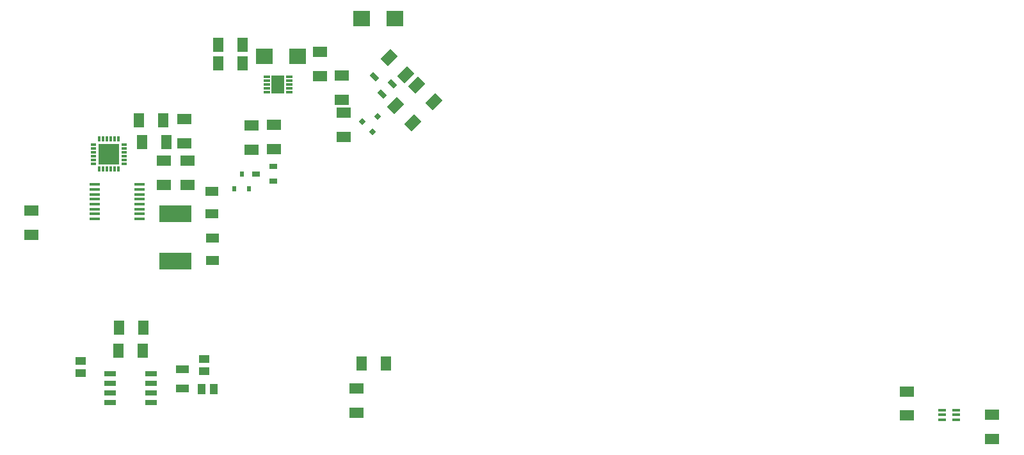
<source format=gbp>
G04*
G04 #@! TF.GenerationSoftware,Altium Limited,Altium Designer,23.5.1 (21)*
G04*
G04 Layer_Color=128*
%FSLAX44Y44*%
%MOMM*%
G71*
G04*
G04 #@! TF.SameCoordinates,FC4C4C8E-A767-40D1-8FD6-770ACC15EC19*
G04*
G04*
G04 #@! TF.FilePolarity,Positive*
G04*
G01*
G75*
%ADD15R,1.9000X1.3500*%
%ADD18R,1.3500X1.9000*%
%ADD22R,1.8000X1.1500*%
%ADD23R,0.8500X0.3000*%
%ADD28R,0.6000X0.7000*%
%ADD100R,2.2000X2.1500*%
%ADD101R,1.7000X2.4500*%
%ADD102R,1.1000X0.6500*%
%ADD103R,1.0500X0.4000*%
G04:AMPARAMS|DCode=104|XSize=0.7mm|YSize=0.6mm|CornerRadius=0mm|HoleSize=0mm|Usage=FLASHONLY|Rotation=45.000|XOffset=0mm|YOffset=0mm|HoleType=Round|Shape=Rectangle|*
%AMROTATEDRECTD104*
4,1,4,-0.0354,-0.4596,-0.4596,-0.0354,0.0354,0.4596,0.4596,0.0354,-0.0354,-0.4596,0.0*
%
%ADD104ROTATEDRECTD104*%

%ADD105R,1.8000X1.0000*%
G04:AMPARAMS|DCode=106|XSize=1.35mm|YSize=1.9mm|CornerRadius=0mm|HoleSize=0mm|Usage=FLASHONLY|Rotation=315.000|XOffset=0mm|YOffset=0mm|HoleType=Round|Shape=Rectangle|*
%AMROTATEDRECTD106*
4,1,4,-1.1490,-0.1945,0.1945,1.1490,1.1490,0.1945,-0.1945,-1.1490,-1.1490,-0.1945,0.0*
%
%ADD106ROTATEDRECTD106*%

G04:AMPARAMS|DCode=107|XSize=1.1mm|YSize=0.65mm|CornerRadius=0mm|HoleSize=0mm|Usage=FLASHONLY|Rotation=135.000|XOffset=0mm|YOffset=0mm|HoleType=Round|Shape=Rectangle|*
%AMROTATEDRECTD107*
4,1,4,0.6187,-0.1591,0.1591,-0.6187,-0.6187,0.1591,-0.1591,0.6187,0.6187,-0.1591,0.0*
%
%ADD107ROTATEDRECTD107*%

%ADD108R,1.4700X1.0200*%
%ADD109R,1.0200X1.4700*%
%ADD110R,1.5250X0.6500*%
%ADD111R,4.2000X2.3000*%
%ADD112R,1.4750X0.4500*%
%ADD113R,2.8000X2.8000*%
%ADD114R,0.8000X0.3000*%
%ADD115R,0.3000X0.8000*%
D15*
X693929Y1107000D02*
D03*
Y1075000D02*
D03*
X783000Y1172000D02*
D03*
Y1139999D02*
D03*
X664000Y1106000D02*
D03*
Y1074000D02*
D03*
X786000Y1091000D02*
D03*
Y1123000D02*
D03*
X373000Y993000D02*
D03*
Y961000D02*
D03*
X579240Y1059000D02*
D03*
Y1027000D02*
D03*
X575240Y1114000D02*
D03*
Y1082000D02*
D03*
X1531000Y754000D02*
D03*
Y722000D02*
D03*
X803000Y726000D02*
D03*
Y758000D02*
D03*
X1644000Y691000D02*
D03*
Y723000D02*
D03*
X548240Y1027000D02*
D03*
Y1059000D02*
D03*
X755000Y1171000D02*
D03*
Y1203000D02*
D03*
D18*
X519240Y1084000D02*
D03*
X551240D02*
D03*
X547240Y1113000D02*
D03*
X515240D02*
D03*
X842000Y791000D02*
D03*
X810000D02*
D03*
X521000Y838000D02*
D03*
X489000D02*
D03*
X520000Y808000D02*
D03*
X488000D02*
D03*
X652000Y1188000D02*
D03*
X620000D02*
D03*
X652000Y1213000D02*
D03*
X620000D02*
D03*
D22*
X612240Y927000D02*
D03*
Y957000D02*
D03*
X611240Y989000D02*
D03*
Y1019000D02*
D03*
D23*
X684000Y1150000D02*
D03*
Y1155000D02*
D03*
Y1160000D02*
D03*
Y1165000D02*
D03*
Y1170000D02*
D03*
X714000D02*
D03*
Y1165000D02*
D03*
Y1160000D02*
D03*
Y1155000D02*
D03*
Y1150000D02*
D03*
D28*
X651000Y1042000D02*
D03*
X641500Y1022000D02*
D03*
X660500D02*
D03*
D100*
X725000Y1197000D02*
D03*
X681000D02*
D03*
X854000Y1247000D02*
D03*
X810000D02*
D03*
D101*
X699000Y1160000D02*
D03*
D102*
X669500Y1042000D02*
D03*
X692500Y1032500D02*
D03*
Y1051500D02*
D03*
D103*
X1577500Y729500D02*
D03*
Y723000D02*
D03*
Y716500D02*
D03*
X1596500D02*
D03*
Y723000D02*
D03*
Y729500D02*
D03*
D104*
X831071Y1118071D02*
D03*
X810211Y1110646D02*
D03*
X823646Y1097211D02*
D03*
D105*
X572767Y757950D02*
D03*
Y782950D02*
D03*
D106*
X845686Y1195313D02*
D03*
X868314Y1172686D02*
D03*
X905000Y1137000D02*
D03*
X882373Y1159627D02*
D03*
X854686Y1132314D02*
D03*
X877314Y1109686D02*
D03*
D107*
X826868Y1170132D02*
D03*
X836414Y1147151D02*
D03*
X849849Y1160586D02*
D03*
D108*
X438317Y794320D02*
D03*
Y778120D02*
D03*
X601000Y781000D02*
D03*
Y797000D02*
D03*
D109*
X598000Y757000D02*
D03*
X614000D02*
D03*
D110*
X477147Y777180D02*
D03*
Y764480D02*
D03*
Y751780D02*
D03*
Y739080D02*
D03*
X531387D02*
D03*
Y751780D02*
D03*
Y764480D02*
D03*
Y777180D02*
D03*
D111*
X563240Y989500D02*
D03*
Y926500D02*
D03*
D112*
X515620Y982250D02*
D03*
Y988750D02*
D03*
Y995250D02*
D03*
Y1001750D02*
D03*
Y1008250D02*
D03*
Y1014750D02*
D03*
Y1021250D02*
D03*
Y1027750D02*
D03*
X456860D02*
D03*
Y1021250D02*
D03*
Y1014750D02*
D03*
Y1008250D02*
D03*
Y1001750D02*
D03*
Y995250D02*
D03*
Y988750D02*
D03*
Y982250D02*
D03*
D113*
X475240Y1068000D02*
D03*
D114*
X455240Y1080500D02*
D03*
Y1075500D02*
D03*
Y1070500D02*
D03*
Y1065500D02*
D03*
Y1060500D02*
D03*
Y1055500D02*
D03*
X495240D02*
D03*
Y1060500D02*
D03*
Y1065500D02*
D03*
Y1070500D02*
D03*
Y1075500D02*
D03*
Y1080500D02*
D03*
D115*
X462740Y1048000D02*
D03*
X467740D02*
D03*
X472740D02*
D03*
X477740D02*
D03*
X482740D02*
D03*
X487740D02*
D03*
Y1088000D02*
D03*
X482740D02*
D03*
X477740D02*
D03*
X472740D02*
D03*
X467740D02*
D03*
X462740D02*
D03*
M02*

</source>
